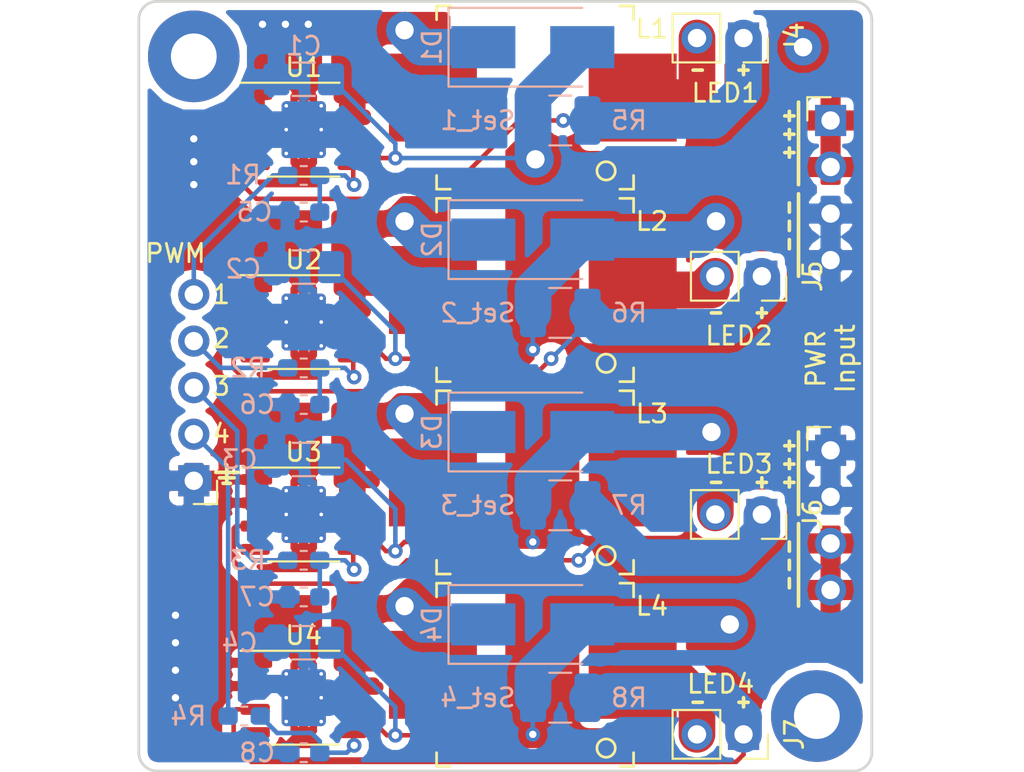
<source format=kicad_pcb>
(kicad_pcb (version 20171130) (host pcbnew "(5.0.2)-1")
  (layers (0 F.Cu signal) (31 B.Cu signal) (34 B.Paste user) (35 F.Paste user) (36 B.SilkS user) (37 F.SilkS user) (38 B.Mask user) (39 F.Mask user) (44 Edge.Cuts user))
  (net 0 "")
  (net 1 GND)
  (net 2 "Net-(C6-Pad1)")
  (net 3 "Net-(C7-Pad1)")
  (net 4 "Net-(C8-Pad1)")
  (net 5 /SW_0)
  (net 6 /SW_1)
  (net 7 /SW_2)
  (net 8 /SW_3)
  (net 9 /Led_0-)
  (net 10 /Set_0)
  (net 11 /Set_1)
  (net 12 /Led_1-)
  (net 13 /Set_2)
  (net 14 /Led_2-)
  (net 15 /Led_3-)
  (net 16 /Set_3)
  (net 17 /PWM_1)
  (net 18 /PWM_2)
  (net 19 /PWM_3)
  (net 20 /PWM_4)
  (net 21 "Net-(U2-Pad4)")
  (net 22 "Net-(U3-Pad4)")
  (net 23 "Net-(U4-Pad4)")
  (net 24 +15V)
  (net 25 +28V)
  (net 26 "Net-(C5-Pad1)")
  (net 27 "Net-(U1-Pad4)")
  (module my_lib:PinHeader_1x04_P2.54mm_Horizontal (layer F.Cu) (at 137.25 75.5)
    (fp_text reference J3 hide)
    (fp_text value Conn_01x04_Male)
    (pad 1 thru_hole rect (at 0 0) (size 1.7 1.7) (drill 1) (layers *.Cu *.Mask) (net 1 GND))
    (pad 2 thru_hole oval (at 0 2.54) (size 1.7 1.7) (drill 1) (layers *.Cu *.Mask) (net 1 GND))
    (pad 3 thru_hole oval (at 0 5.08) (size 1.7 1.7) (drill 1) (layers *.Cu *.Mask) (net 25 +28V))
    (pad 4 thru_hole oval (at 0 7.62) (size 1.7 1.7) (drill 1) (layers *.Cu *.Mask) (net 25 +28V))
  )
  (module my_lib:PinHeader_1x04_P2.54mm_Horizontal (layer F.Cu) (at 137.25 57.5)
    (fp_text reference J2 hide)
    (fp_text value Conn_01x04_Male)
    (pad 1 thru_hole rect (at 0 0) (size 1.7 1.7) (drill 1) (layers *.Cu *.Mask) (net 24 +15V))
    (pad 2 thru_hole oval (at 0 2.54) (size 1.7 1.7) (drill 1) (layers *.Cu *.Mask) (net 24 +15V))
    (pad 3 thru_hole oval (at 0 5.08) (size 1.7 1.7) (drill 1) (layers *.Cu *.Mask) (net 1 GND))
    (pad 4 thru_hole oval (at 0 7.62) (size 1.7 1.7) (drill 1) (layers *.Cu *.Mask) (net 1 GND))
  )
  (module my_lib:PinHeader_1x05_P2.54mm_Horizontal (layer F.Cu) (at 102.5 77.16 180)
    (fp_text reference J1 hide)
    (fp_text value Conn_01x05_Male)
    (pad 1 thru_hole rect (at 0 0 180) (size 1.7 1.7) (drill 1) (layers *.Cu *.Mask) (net 1 GND))
    (pad 2 thru_hole oval (at 0 2.54 180) (size 1.7 1.7) (drill 1) (layers *.Cu *.Mask) (net 20 /PWM_4))
    (pad 3 thru_hole oval (at 0 5.08 180) (size 1.7 1.7) (drill 1) (layers *.Cu *.Mask) (net 19 /PWM_3))
    (pad 4 thru_hole oval (at 0 7.62 180) (size 1.7 1.7) (drill 1) (layers *.Cu *.Mask) (net 18 /PWM_2))
    (pad 5 thru_hole oval (at 0 10.16 180) (size 1.7 1.7) (drill 1) (layers *.Cu *.Mask) (net 17 /PWM_1))
  )
  (module Connector_PinSocket_2.54mm:PinSocket_1x02_P2.54mm_Vertical (layer F.Cu) (at 132.5 53 270)
    (fp_text reference J4 (at 0 -2.77 270) (layer F.SilkS))
    (fp_text value Conn_01x02_Male)
    (pad 2 thru_hole oval (at 0 2.54 270) (size 1.7 1.7) (drill 1) (layers *.Cu *.Mask) (net 9 /Led_0-))
    (pad 1 thru_hole rect (at 0 0 270) (size 1.7 1.7) (drill 1) (layers *.Cu *.Mask) (net 10 /Set_0))
  )
  (module Connector_PinSocket_2.54mm:PinSocket_1x02_P2.54mm_Vertical (layer F.Cu) (at 133.5 66 270)
    (fp_text reference J5 (at 0 -2.77 270) (layer F.SilkS))
    (fp_text value Conn_01x02_Male)
    (pad 2 thru_hole oval (at 0 2.54 270) (size 1.7 1.7) (drill 1) (layers *.Cu *.Mask) (net 12 /Led_1-))
    (pad 1 thru_hole rect (at 0 0 270) (size 1.7 1.7) (drill 1) (layers *.Cu *.Mask) (net 11 /Set_1))
  )
  (module Connector_PinSocket_2.54mm:PinSocket_1x02_P2.54mm_Vertical (layer F.Cu) (at 133.5 79 270)
    (fp_text reference J6 (at 0 -2.77 270) (layer F.SilkS))
    (fp_text value Conn_01x02_Male)
    (pad 2 thru_hole oval (at 0 2.54 270) (size 1.7 1.7) (drill 1) (layers *.Cu *.Mask) (net 14 /Led_2-))
    (pad 1 thru_hole rect (at 0 0 270) (size 1.7 1.7) (drill 1) (layers *.Cu *.Mask) (net 13 /Set_2))
  )
  (module Connector_PinSocket_2.54mm:PinSocket_1x02_P2.54mm_Vertical (layer F.Cu) (at 132.5 91 270)
    (fp_text reference J7 (at 0 -2.77 270) (layer F.SilkS))
    (fp_text value Conn_01x02_Male)
    (pad 2 thru_hole oval (at 0 2.54 270) (size 1.7 1.7) (drill 1) (layers *.Cu *.Mask) (net 15 /Led_3-))
    (pad 1 thru_hole rect (at 0 0 270) (size 1.7 1.7) (drill 1) (layers *.Cu *.Mask) (net 16 /Set_3))
  )
  (module my_lib:Package_2-smd_10.7x10mm (layer F.Cu) (at 121 56.25)
    (fp_text reference L1 (at 6.5 -3.75) (layer F.SilkS))
    (fp_text value 82uH)
    (pad 1 smd rect (at -5.45 0) (size 4.8 4.8) (layers F.Cu F.Paste F.Mask) (net 5 /SW_0))
    (pad 2 smd rect (at 5.45 0) (size 4.8 4.8) (layers F.Cu F.Paste F.Mask) (net 9 /Led_0-))
  )
  (module my_lib:Package_2-smd_10.7x10mm (layer F.Cu) (at 121 77.25)
    (fp_text reference L3 (at 6.5 -3.75) (layer F.SilkS))
    (fp_text value 82uH)
    (pad 2 smd rect (at 5.45 0) (size 4.8 4.8) (layers F.Cu F.Paste F.Mask) (net 14 /Led_2-))
    (pad 1 smd rect (at -5.45 0) (size 4.8 4.8) (layers F.Cu F.Paste F.Mask) (net 7 /SW_2))
  )
  (module Package_SO:HSOP-8-1EP_3.9x4.9mm_P1.27mm_EP2.41x3.1mm_ThermalVias (layer F.Cu) (at 108.5 79)
    (fp_text reference U3 (at 0 -3.4) (layer F.SilkS))
    (fp_text value AL8843)
    (pad 8 smd roundrect (at 2.65 -1.905) (size 1.6 0.6) (layers F.Cu F.Paste F.Mask) (net 7 /SW_2))
    (pad 7 smd roundrect (at 2.65 -0.635) (size 1.6 0.6) (layers F.Cu F.Paste F.Mask) (net 7 /SW_2))
    (pad 6 smd roundrect (at 2.65 0.635) (size 1.6 0.6) (layers F.Cu F.Paste F.Mask) (net 25 +28V))
    (pad 5 smd roundrect (at 2.65 1.905) (size 1.6 0.6) (layers F.Cu F.Paste F.Mask) (net 3 "Net-(C7-Pad1)"))
    (pad 4 smd roundrect (at -2.65 1.905) (size 1.6 0.6) (layers F.Cu F.Paste F.Mask) (net 22 "Net-(U3-Pad4)"))
    (pad 3 smd roundrect (at -2.65 0.635) (size 1.6 0.6) (layers F.Cu F.Paste F.Mask) (net 13 /Set_2))
    (pad 2 smd roundrect (at -2.65 -0.635) (size 1.6 0.6) (layers F.Cu F.Paste F.Mask) (net 1 GND))
    (pad 1 smd roundrect (at -2.65 -1.905) (size 1.6 0.6) (layers F.Cu F.Paste F.Mask) (net 1 GND))
    (pad 9 smd roundrect (at 0 0) (size 2.41 3.1) (layers B.Cu) (roundrect_rratio 0.103734) (net 1 GND))
    (pad 9 thru_hole circle (at 0.955 1.3) (size 0.5 0.5) (drill 0.2) (layers *.Cu) (net 1 GND))
    (pad 9 thru_hole circle (at -0.955 1.3) (size 0.5 0.5) (drill 0.2) (layers *.Cu) (net 1 GND))
    (pad 9 thru_hole circle (at 0.955 0) (size 0.5 0.5) (drill 0.2) (layers *.Cu) (net 1 GND))
    (pad 9 thru_hole circle (at -0.955 0) (size 0.5 0.5) (drill 0.2) (layers *.Cu) (net 1 GND))
    (pad 9 thru_hole circle (at 0.955 -1.3) (size 0.5 0.5) (drill 0.2) (layers *.Cu) (net 1 GND))
    (pad 9 thru_hole circle (at -0.955 -1.3) (size 0.5 0.5) (drill 0.2) (layers *.Cu) (net 1 GND))
    (pad 9 smd roundrect (at 0 0) (size 2.41 3.1) (layers F.Cu F.Mask) (roundrect_rratio 0.103734) (net 1 GND))
  )
  (module Package_SO:HSOP-8-1EP_3.9x4.9mm_P1.27mm_EP2.41x3.1mm_ThermalVias (layer F.Cu) (at 108.5 58)
    (fp_text reference U1 (at 0 -3.4) (layer F.SilkS))
    (fp_text value AL8843)
    (pad 8 smd roundrect (at 2.65 -1.905) (size 1.6 0.6) (layers F.Cu F.Paste F.Mask) (net 5 /SW_0))
    (pad 7 smd roundrect (at 2.65 -0.635) (size 1.6 0.6) (layers F.Cu F.Paste F.Mask) (net 5 /SW_0))
    (pad 6 smd roundrect (at 2.65 0.635) (size 1.6 0.6) (layers F.Cu F.Paste F.Mask) (net 24 +15V))
    (pad 5 smd roundrect (at 2.65 1.905) (size 1.6 0.6) (layers F.Cu F.Paste F.Mask) (net 26 "Net-(C5-Pad1)"))
    (pad 4 smd roundrect (at -2.65 1.905) (size 1.6 0.6) (layers F.Cu F.Paste F.Mask) (net 27 "Net-(U1-Pad4)"))
    (pad 3 smd roundrect (at -2.65 0.635) (size 1.6 0.6) (layers F.Cu F.Paste F.Mask) (net 10 /Set_0))
    (pad 2 smd roundrect (at -2.65 -0.635) (size 1.6 0.6) (layers F.Cu F.Paste F.Mask) (net 1 GND))
    (pad 1 smd roundrect (at -2.65 -1.905) (size 1.6 0.6) (layers F.Cu F.Paste F.Mask) (net 1 GND))
    (pad 9 smd roundrect (at 0 0) (size 2.41 3.1) (layers B.Cu) (roundrect_rratio 0.103734) (net 1 GND))
    (pad 9 thru_hole circle (at 0.955 1.3) (size 0.5 0.5) (drill 0.2) (layers *.Cu) (net 1 GND))
    (pad 9 thru_hole circle (at -0.955 1.3) (size 0.5 0.5) (drill 0.2) (layers *.Cu) (net 1 GND))
    (pad 9 thru_hole circle (at 0.955 0) (size 0.5 0.5) (drill 0.2) (layers *.Cu) (net 1 GND))
    (pad 9 thru_hole circle (at -0.955 0) (size 0.5 0.5) (drill 0.2) (layers *.Cu) (net 1 GND))
    (pad 9 thru_hole circle (at 0.955 -1.3) (size 0.5 0.5) (drill 0.2) (layers *.Cu) (net 1 GND))
    (pad 9 thru_hole circle (at -0.955 -1.3) (size 0.5 0.5) (drill 0.2) (layers *.Cu) (net 1 GND))
    (pad 9 smd roundrect (at 0 0) (size 2.41 3.1) (layers F.Cu F.Mask) (roundrect_rratio 0.103734) (net 1 GND))
  )
  (module Package_SO:HSOP-8-1EP_3.9x4.9mm_P1.27mm_EP2.41x3.1mm_ThermalVias (layer F.Cu) (at 108.5 68.5)
    (fp_text reference U2 (at 0 -3.4) (layer F.SilkS))
    (fp_text value AL8843)
    (pad 8 smd roundrect (at 2.65 -1.905) (size 1.6 0.6) (layers F.Cu F.Paste F.Mask) (net 6 /SW_1))
    (pad 7 smd roundrect (at 2.65 -0.635) (size 1.6 0.6) (layers F.Cu F.Paste F.Mask) (net 6 /SW_1))
    (pad 6 smd roundrect (at 2.65 0.635) (size 1.6 0.6) (layers F.Cu F.Paste F.Mask) (net 24 +15V))
    (pad 5 smd roundrect (at 2.65 1.905) (size 1.6 0.6) (layers F.Cu F.Paste F.Mask) (net 2 "Net-(C6-Pad1)"))
    (pad 4 smd roundrect (at -2.65 1.905) (size 1.6 0.6) (layers F.Cu F.Paste F.Mask) (net 21 "Net-(U2-Pad4)"))
    (pad 3 smd roundrect (at -2.65 0.635) (size 1.6 0.6) (layers F.Cu F.Paste F.Mask) (net 11 /Set_1))
    (pad 2 smd roundrect (at -2.65 -0.635) (size 1.6 0.6) (layers F.Cu F.Paste F.Mask) (net 1 GND))
    (pad 1 smd roundrect (at -2.65 -1.905) (size 1.6 0.6) (layers F.Cu F.Paste F.Mask) (net 1 GND))
    (pad 9 smd roundrect (at 0 0) (size 2.41 3.1) (layers B.Cu) (roundrect_rratio 0.103734) (net 1 GND))
    (pad 9 thru_hole circle (at 0.955 1.3) (size 0.5 0.5) (drill 0.2) (layers *.Cu) (net 1 GND))
    (pad 9 thru_hole circle (at -0.955 1.3) (size 0.5 0.5) (drill 0.2) (layers *.Cu) (net 1 GND))
    (pad 9 thru_hole circle (at 0.955 0) (size 0.5 0.5) (drill 0.2) (layers *.Cu) (net 1 GND))
    (pad 9 thru_hole circle (at -0.955 0) (size 0.5 0.5) (drill 0.2) (layers *.Cu) (net 1 GND))
    (pad 9 thru_hole circle (at 0.955 -1.3) (size 0.5 0.5) (drill 0.2) (layers *.Cu) (net 1 GND))
    (pad 9 thru_hole circle (at -0.955 -1.3) (size 0.5 0.5) (drill 0.2) (layers *.Cu) (net 1 GND))
    (pad 9 smd roundrect (at 0 0) (size 2.41 3.1) (layers F.Cu F.Mask) (roundrect_rratio 0.103734) (net 1 GND))
  )
  (module Package_SO:HSOP-8-1EP_3.9x4.9mm_P1.27mm_EP2.41x3.1mm_ThermalVias (layer F.Cu) (at 108.5 89)
    (fp_text reference U4 (at 0 -3.4) (layer F.SilkS))
    (fp_text value AL8843)
    (pad 8 smd roundrect (at 2.65 -1.905) (size 1.6 0.6) (layers F.Cu F.Paste F.Mask) (net 8 /SW_3))
    (pad 7 smd roundrect (at 2.65 -0.635) (size 1.6 0.6) (layers F.Cu F.Paste F.Mask) (net 8 /SW_3))
    (pad 6 smd roundrect (at 2.65 0.635) (size 1.6 0.6) (layers F.Cu F.Paste F.Mask) (net 25 +28V))
    (pad 5 smd roundrect (at 2.65 1.905) (size 1.6 0.6) (layers F.Cu F.Paste F.Mask) (net 4 "Net-(C8-Pad1)"))
    (pad 4 smd roundrect (at -2.65 1.905) (size 1.6 0.6) (layers F.Cu F.Paste F.Mask) (net 23 "Net-(U4-Pad4)"))
    (pad 3 smd roundrect (at -2.65 0.635) (size 1.6 0.6) (layers F.Cu F.Paste F.Mask) (net 16 /Set_3))
    (pad 2 smd roundrect (at -2.65 -0.635) (size 1.6 0.6) (layers F.Cu F.Paste F.Mask) (net 1 GND))
    (pad 1 smd roundrect (at -2.65 -1.905) (size 1.6 0.6) (layers F.Cu F.Paste F.Mask) (net 1 GND))
    (pad 9 smd roundrect (at 0 0) (size 2.41 3.1) (layers B.Cu) (roundrect_rratio 0.103734) (net 1 GND))
    (pad 9 thru_hole circle (at 0.955 1.3) (size 0.5 0.5) (drill 0.2) (layers *.Cu) (net 1 GND))
    (pad 9 thru_hole circle (at -0.955 1.3) (size 0.5 0.5) (drill 0.2) (layers *.Cu) (net 1 GND))
    (pad 9 thru_hole circle (at 0.955 0) (size 0.5 0.5) (drill 0.2) (layers *.Cu) (net 1 GND))
    (pad 9 thru_hole circle (at -0.955 0) (size 0.5 0.5) (drill 0.2) (layers *.Cu) (net 1 GND))
    (pad 9 thru_hole circle (at 0.955 -1.3) (size 0.5 0.5) (drill 0.2) (layers *.Cu) (net 1 GND))
    (pad 9 thru_hole circle (at -0.955 -1.3) (size 0.5 0.5) (drill 0.2) (layers *.Cu) (net 1 GND))
    (pad 9 smd roundrect (at 0 0) (size 2.41 3.1) (layers F.Cu F.Mask) (roundrect_rratio 0.103734) (net 1 GND))
  )
  (module MountingHole:MountingHole_2.5mm_Pad (layer F.Cu) (at 102.5 54)
    (fp_text reference REF** hide)
    (fp_text value MountingHole_2.5mm_Pad)
    (pad 1 thru_hole circle (at 0 0) (size 5 5) (drill 2.5) (layers *.Cu *.Mask))
  )
  (module Capacitor_SMD:C_1206_3216Metric_Pad1.42x1.75mm_HandSolder (layer B.Cu) (at 108.5 55.25 180)
    (fp_text reference C1 (at 0 1.82 180) (layer B.SilkS) (effects (justify mirror)))
    (fp_text value 10u)
    (pad 2 smd roundrect (at 1.4875 0 180) (size 1.425 1.75) (layers B.Cu B.Paste B.Mask) (roundrect_rratio 0.175439) (net 1 GND))
    (pad 1 smd roundrect (at -1.4875 0 180) (size 1.425 1.75) (layers B.Cu B.Paste B.Mask) (roundrect_rratio 0.175439) (net 24 +15V))
  )
  (module Capacitor_SMD:C_1206_3216Metric_Pad1.42x1.75mm_HandSolder (layer B.Cu) (at 108.5 65.5 180)
    (fp_text reference C2 (at 3.3 -0.1 180) (layer B.SilkS) (effects (justify mirror)))
    (fp_text value 10u)
    (pad 1 smd roundrect (at -1.4875 0 180) (size 1.425 1.75) (layers B.Cu B.Paste B.Mask) (roundrect_rratio 0.175439) (net 24 +15V))
    (pad 2 smd roundrect (at 1.4875 0 180) (size 1.425 1.75) (layers B.Cu B.Paste B.Mask) (roundrect_rratio 0.175439) (net 1 GND))
  )
  (module Capacitor_SMD:C_1206_3216Metric_Pad1.42x1.75mm_HandSolder (layer B.Cu) (at 108.5 76 180)
    (fp_text reference C3 (at 3.5 0 180) (layer B.SilkS) (effects (justify mirror)))
    (fp_text value 10u)
    (pad 2 smd roundrect (at 1.4875 0 180) (size 1.425 1.75) (layers B.Cu B.Paste B.Mask) (roundrect_rratio 0.175439) (net 1 GND))
    (pad 1 smd roundrect (at -1.4875 0 180) (size 1.425 1.75) (layers B.Cu B.Paste B.Mask) (roundrect_rratio 0.175439) (net 25 +28V))
  )
  (module Capacitor_SMD:C_1206_3216Metric_Pad1.42x1.75mm_HandSolder (layer B.Cu) (at 108.5 86 180)
    (fp_text reference C4 (at 3.5 0 180) (layer B.SilkS) (effects (justify mirror)))
    (fp_text value 10u)
    (pad 1 smd roundrect (at -1.4875 0 180) (size 1.425 1.75) (layers B.Cu B.Paste B.Mask) (roundrect_rratio 0.175439) (net 25 +28V))
    (pad 2 smd roundrect (at 1.4875 0 180) (size 1.425 1.75) (layers B.Cu B.Paste B.Mask) (roundrect_rratio 0.175439) (net 1 GND))
  )
  (module Capacitor_SMD:C_0603_1608Metric_Pad1.05x0.95mm_HandSolder (layer B.Cu) (at 108.5 62.5 180)
    (fp_text reference C5 (at 2.685 0 180) (layer B.SilkS) (effects (justify mirror)))
    (fp_text value 0.33u)
    (pad 2 smd roundrect (at 0.875 0 180) (size 1.05 0.95) (layers B.Cu B.Paste B.Mask) (net 1 GND))
    (pad 1 smd roundrect (at -0.875 0 180) (size 1.05 0.95) (layers B.Cu B.Paste B.Mask) (net 26 "Net-(C5-Pad1)"))
  )
  (module Capacitor_SMD:C_0603_1608Metric_Pad1.05x0.95mm_HandSolder (layer B.Cu) (at 108.5 73 180)
    (fp_text reference C6 (at 2.54 0 180) (layer B.SilkS) (effects (justify mirror)))
    (fp_text value 0.33u)
    (pad 1 smd roundrect (at -0.875 0 180) (size 1.05 0.95) (layers B.Cu B.Paste B.Mask) (net 2 "Net-(C6-Pad1)"))
    (pad 2 smd roundrect (at 0.875 0 180) (size 1.05 0.95) (layers B.Cu B.Paste B.Mask) (net 1 GND))
  )
  (module Capacitor_SMD:C_0603_1608Metric_Pad1.05x0.95mm_HandSolder (layer B.Cu) (at 108.5 83.5 180)
    (fp_text reference C7 (at 2.54 0 180) (layer B.SilkS) (effects (justify mirror)))
    (fp_text value 0.33u)
    (pad 2 smd roundrect (at 0.875 0 180) (size 1.05 0.95) (layers B.Cu B.Paste B.Mask) (net 1 GND))
    (pad 1 smd roundrect (at -0.875 0 180) (size 1.05 0.95) (layers B.Cu B.Paste B.Mask) (net 3 "Net-(C7-Pad1)"))
  )
  (module Capacitor_SMD:C_0603_1608Metric_Pad1.05x0.95mm_HandSolder (layer B.Cu) (at 108.5 92 180)
    (fp_text reference C8 (at 2.54 0 180) (layer B.SilkS) (effects (justify mirror)))
    (fp_text value 0.33u)
    (pad 1 smd roundrect (at -0.875 0 180) (size 1.05 0.95) (layers B.Cu B.Paste B.Mask) (net 4 "Net-(C8-Pad1)"))
    (pad 2 smd roundrect (at 0.875 0 180) (size 1.05 0.95) (layers B.Cu B.Paste B.Mask) (net 1 GND))
  )
  (module Resistor_SMD:R_0603_1608Metric_Pad1.05x0.95mm_HandSolder (layer B.Cu) (at 108.5 60.5)
    (fp_text reference R1 (at -3.32 -0.032609) (layer B.SilkS) (effects (justify mirror)))
    (fp_text value 220)
    (pad 2 smd roundrect (at 0.875 0) (size 1.05 0.95) (layers B.Cu B.Paste B.Mask) (net 26 "Net-(C5-Pad1)"))
    (pad 1 smd roundrect (at -0.875 0) (size 1.05 0.95) (layers B.Cu B.Paste B.Mask) (net 17 /PWM_1))
  )
  (module Resistor_SMD:R_0603_1608Metric_Pad1.05x0.95mm_HandSolder (layer B.Cu) (at 108.5 71)
    (fp_text reference R2 (at -3.048 0) (layer B.SilkS) (effects (justify mirror)))
    (fp_text value 220)
    (pad 1 smd roundrect (at -0.875 0) (size 1.05 0.95) (layers B.Cu B.Paste B.Mask) (net 18 /PWM_2))
    (pad 2 smd roundrect (at 0.875 0) (size 1.05 0.95) (layers B.Cu B.Paste B.Mask) (net 2 "Net-(C6-Pad1)"))
  )
  (module Resistor_SMD:R_0603_1608Metric_Pad1.05x0.95mm_HandSolder (layer B.Cu) (at 108.5 81.5)
    (fp_text reference R3 (at -3.048 0) (layer B.SilkS) (effects (justify mirror)))
    (fp_text value 220)
    (pad 2 smd roundrect (at 0.875 0) (size 1.05 0.95) (layers B.Cu B.Paste B.Mask) (net 3 "Net-(C7-Pad1)"))
    (pad 1 smd roundrect (at -0.875 0) (size 1.05 0.95) (layers B.Cu B.Paste B.Mask) (net 19 /PWM_3))
  )
  (module Resistor_SMD:R_0603_1608Metric_Pad1.05x0.95mm_HandSolder (layer B.Cu) (at 105.25 90)
    (fp_text reference R4 (at -3.048 0) (layer B.SilkS) (effects (justify mirror)))
    (fp_text value 220)
    (pad 1 smd roundrect (at -0.875 0) (size 1.05 0.95) (layers B.Cu B.Paste B.Mask) (net 20 /PWM_4))
    (pad 2 smd roundrect (at 0.875 0) (size 1.05 0.95) (layers B.Cu B.Paste B.Mask) (net 4 "Net-(C8-Pad1)"))
  )
  (module Resistor_SMD:R_1210_3225Metric_Pad1.42x2.65mm_HandSolder (layer B.Cu) (at 122.5 57.5 180)
    (fp_text reference R5 (at -3.75 0 180) (layer B.SilkS) (effects (justify mirror)))
    (fp_text value 50m)
    (pad 2 smd roundrect (at 1.4875 0 180) (size 1.425 2.65) (layers B.Cu B.Paste B.Mask) (roundrect_rratio 0.175439) (net 24 +15V))
    (pad 1 smd roundrect (at -1.4875 0 180) (size 1.425 2.65) (layers B.Cu B.Paste B.Mask) (roundrect_rratio 0.175439) (net 10 /Set_0))
  )
  (module Resistor_SMD:R_1210_3225Metric_Pad1.42x2.65mm_HandSolder (layer B.Cu) (at 122.5 68 180)
    (fp_text reference R6 (at -3.75 0 180) (layer B.SilkS) (effects (justify mirror)))
    (fp_text value 50m)
    (pad 2 smd roundrect (at 1.4875 0 180) (size 1.425 2.65) (layers B.Cu B.Paste B.Mask) (roundrect_rratio 0.175439) (net 24 +15V))
    (pad 1 smd roundrect (at -1.4875 0 180) (size 1.425 2.65) (layers B.Cu B.Paste B.Mask) (roundrect_rratio 0.175439) (net 11 /Set_1))
  )
  (module Resistor_SMD:R_1210_3225Metric_Pad1.42x2.65mm_HandSolder (layer B.Cu) (at 122.5 78.5 180)
    (fp_text reference R7 (at -3.75 0 180) (layer B.SilkS) (effects (justify mirror)))
    (fp_text value 50m)
    (pad 1 smd roundrect (at -1.4875 0 180) (size 1.425 2.65) (layers B.Cu B.Paste B.Mask) (roundrect_rratio 0.175439) (net 13 /Set_2))
    (pad 2 smd roundrect (at 1.4875 0 180) (size 1.425 2.65) (layers B.Cu B.Paste B.Mask) (roundrect_rratio 0.175439) (net 25 +28V))
  )
  (module Resistor_SMD:R_1210_3225Metric_Pad1.42x2.65mm_HandSolder (layer B.Cu) (at 122.5 89 180)
    (fp_text reference R8 (at -3.75 0 180) (layer B.SilkS) (effects (justify mirror)))
    (fp_text value 50m)
    (pad 1 smd roundrect (at -1.4875 0 180) (size 1.425 2.65) (layers B.Cu B.Paste B.Mask) (roundrect_rratio 0.175439) (net 16 /Set_3))
    (pad 2 smd roundrect (at 1.4875 0 180) (size 1.425 2.65) (layers B.Cu B.Paste B.Mask) (roundrect_rratio 0.175439) (net 25 +28V))
  )
  (module my_lib:Package_2-smd_10.7x10mm (layer F.Cu) (at 121 66.75)
    (fp_text reference L2 (at 6.5 -3.75) (layer F.SilkS))
    (fp_text value 82uH)
    (pad 1 smd rect (at -5.45 0) (size 4.8 4.8) (layers F.Cu F.Paste F.Mask) (net 6 /SW_1))
    (pad 2 smd rect (at 5.45 0) (size 4.8 4.8) (layers F.Cu F.Paste F.Mask) (net 12 /Led_1-))
  )
  (module my_lib:Package_2-smd_10.7x10mm (layer F.Cu) (at 121 87.75)
    (fp_text reference L4 (at 6.5 -3.75) (layer F.SilkS))
    (fp_text value 82uH)
    (pad 1 smd rect (at -5.45 0) (size 4.8 4.8) (layers F.Cu F.Paste F.Mask) (net 8 /SW_3))
    (pad 2 smd rect (at 5.45 0) (size 4.8 4.8) (layers F.Cu F.Paste F.Mask) (net 15 /Led_3-))
  )
  (module Diode_SMD:D_SMB_Handsoldering (layer B.Cu) (at 121 53.5)
    (fp_text reference D1 (at -5.5 0 90) (layer B.SilkS) (effects (justify mirror)))
    (fp_text value DIODE)
    (pad 2 smd rect (at 2.7 0) (size 3.5 2.3) (layers B.Cu B.Paste B.Mask) (net 24 +15V))
    (pad 1 smd rect (at -2.7 0) (size 3.5 2.3) (layers B.Cu B.Paste B.Mask) (net 5 /SW_0))
  )
  (module Diode_SMD:D_SMB_Handsoldering (layer B.Cu) (at 121 64)
    (fp_text reference D2 (at -5.5 0 90) (layer B.SilkS) (effects (justify mirror)))
    (fp_text value DIODE)
    (pad 1 smd rect (at -2.7 0) (size 3.5 2.3) (layers B.Cu B.Paste B.Mask) (net 6 /SW_1))
    (pad 2 smd rect (at 2.7 0) (size 3.5 2.3) (layers B.Cu B.Paste B.Mask) (net 24 +15V))
  )
  (module Diode_SMD:D_SMB_Handsoldering (layer B.Cu) (at 121 74.5)
    (fp_text reference D3 (at -5.5 0 90) (layer B.SilkS) (effects (justify mirror)))
    (fp_text value DIODE)
    (pad 2 smd rect (at 2.7 0) (size 3.5 2.3) (layers B.Cu B.Paste B.Mask) (net 25 +28V))
    (pad 1 smd rect (at -2.7 0) (size 3.5 2.3) (layers B.Cu B.Paste B.Mask) (net 7 /SW_2))
  )
  (module Diode_SMD:D_SMB_Handsoldering (layer B.Cu) (at 121 85)
    (fp_text reference D4 (at -5.5 0 90) (layer B.SilkS) (effects (justify mirror)))
    (fp_text value DIODE)
    (pad 1 smd rect (at -2.7 0) (size 3.5 2.3) (layers B.Cu B.Paste B.Mask) (net 8 /SW_3))
    (pad 2 smd rect (at 2.7 0) (size 3.5 2.3) (layers B.Cu B.Paste B.Mask) (net 25 +28V))
  )
  (module MountingHole:MountingHole_2.5mm_Pad (layer F.Cu) (at 136.5 90)
    (fp_text reference REF** hide)
    (fp_text value MountingHole_2.5mm_Pad)
    (pad 1 thru_hole circle (at 0 0) (size 5 5) (drill 2.5) (layers *.Cu *.Mask))
  )
  (gr_text "PWR\nInput" (at 137.25 70.5 90) (layer F.SilkS) (effects (font (size 1 1))))
  (gr_line (start 135 80.5) (end 135 81) (layer F.SilkS) (width 0.2))
  (gr_line (start 135 81.5) (end 135 82) (layer F.SilkS) (width 0.2))
  (gr_line (start 135 82.5) (end 135 83) (layer F.SilkS) (width 0.2))
  (gr_line (start 135.5 79.5) (end 135.5 84) (layer F.SilkS) (width 0.2))
  (gr_line (start 135.5 74.5) (end 135.5 79) (layer F.SilkS) (width 0.2))
  (gr_line (start 135 77) (end 135 77.5) (layer F.SilkS) (width 0.2))
  (gr_line (start 134.75 77.25) (end 135.25 77.25) (layer F.SilkS) (width 0.2))
  (gr_line (start 135 76) (end 135 76.5) (layer F.SilkS) (width 0.2))
  (gr_line (start 134.75 76.25) (end 135.25 76.25) (layer F.SilkS) (width 0.2))
  (gr_line (start 135 75) (end 135 75.5) (layer F.SilkS) (width 0.2))
  (gr_line (start 134.75 75.25) (end 135.25 75.25) (layer F.SilkS) (width 0.2))
  (gr_line (start 135.5 61.5) (end 135.5 66) (layer F.SilkS) (width 0.2))
  (gr_line (start 135 64) (end 135 64.5) (layer F.SilkS) (width 0.2))
  (gr_line (start 135 63) (end 135 63.5) (layer F.SilkS) (width 0.2))
  (gr_line (start 135 62) (end 135 62.5) (layer F.SilkS) (width 0.2))
  (gr_arc (start 100.5 92) (end 99.5 92) (angle -90) (layer Edge.Cuts) (width 0.15))
  (gr_arc (start 100.5 52) (end 100.5 51) (angle -90) (layer Edge.Cuts) (width 0.15))
  (gr_arc (start 138.5 52) (end 139.5 52) (angle -90) (layer Edge.Cuts) (width 0.15))
  (gr_arc (start 138.5 92) (end 138.5 93) (angle -90) (layer Edge.Cuts) (width 0.15))
  (gr_text Set_4 (at 118 89) (layer B.SilkS) (effects (font (size 1 1)) (justify mirror)))
  (gr_text Set_3 (at 118 78.5) (layer B.SilkS) (effects (font (size 1 1)) (justify mirror)))
  (gr_text Set_2 (at 118 68) (layer B.SilkS) (effects (font (size 1 1)) (justify mirror)))
  (gr_text Set_1 (at 118 57.5) (layer B.SilkS) (effects (font (size 1 1)) (justify mirror)))
  (gr_line (start 103.7 76.7) (end 104.9 76.7) (layer F.SilkS) (width 0.2))
  (gr_line (start 103.9 77) (end 104.7 77) (layer F.SilkS) (width 0.2))
  (gr_line (start 104.1 77.3) (end 104.5 77.3) (layer F.SilkS) (width 0.2))
  (gr_line (start 104.3 76.3) (end 104.3 77.3) (layer F.SilkS) (width 0.2))
  (gr_text 4 (at 104 74.6) (layer F.SilkS) (effects (font (size 1 1))))
  (gr_text 3 (at 104 72) (layer F.SilkS) (effects (font (size 1 1))))
  (gr_text 2 (at 104 69.4) (layer F.SilkS) (effects (font (size 1 1))))
  (gr_text 1 (at 104 67) (layer F.SilkS) (effects (font (size 1 1))))
  (gr_text PWM (at 101.5 64.75) (layer F.SilkS) (effects (font (size 1 1))))
  (gr_line (start 134.75 57.25) (end 135.25 57.25) (layer F.SilkS) (width 0.2))
  (gr_line (start 135 57) (end 135 57.5) (layer F.SilkS) (width 0.2))
  (gr_line (start 134.75 58.25) (end 135.25 58.25) (layer F.SilkS) (width 0.2))
  (gr_line (start 135 58) (end 135 58.5) (layer F.SilkS) (width 0.2))
  (gr_line (start 134.75 59.25) (end 135.25 59.25) (layer F.SilkS) (width 0.2))
  (gr_line (start 135 59) (end 135 59.5) (layer F.SilkS) (width 0.2))
  (gr_line (start 132.25 89.25) (end 132.75 89.25) (layer F.SilkS) (width 0.2))
  (gr_line (start 132.5 89) (end 132.5 89.5) (layer F.SilkS) (width 0.2))
  (gr_line (start 130.249999 89.25) (end 129.75 89.25) (layer F.SilkS) (width 0.2))
  (gr_line (start 135.5 56.5) (end 135.5 61) (layer F.SilkS) (width 0.2))
  (gr_line (start 133.25 77.25) (end 133.75 77.25) (layer F.SilkS) (width 0.2))
  (gr_line (start 133.5 77) (end 133.5 77.5) (layer F.SilkS) (width 0.2))
  (gr_line (start 131.25 77.25) (end 130.750001 77.25) (layer F.SilkS) (width 0.2))
  (gr_line (start 133.25 68) (end 133.75 68) (layer F.SilkS) (width 0.2))
  (gr_line (start 133.5 67.75) (end 133.5 68.25) (layer F.SilkS) (width 0.2))
  (gr_line (start 131.25 68) (end 130.750001 68) (layer F.SilkS) (width 0.2))
  (gr_text LED3 (at 132.25 76.25) (layer F.SilkS) (effects (font (size 1 1))))
  (gr_text LED4 (at 131.25 88.25) (layer F.SilkS) (effects (font (size 1 1))))
  (gr_text LED2 (at 132.25 69.25) (layer F.SilkS) (effects (font (size 1 1))))
  (gr_text LED1 (at 131.5 56) (layer F.SilkS) (effects (font (size 1 1))))
  (gr_line (start 132.25 54.75) (end 132.75 54.75) (layer F.SilkS) (width 0.2))
  (gr_line (start 130.25 54.75) (end 129.750001 54.75) (layer F.SilkS) (width 0.2))
  (gr_line (start 132.5 54.5) (end 132.5 55) (layer F.SilkS) (width 0.2))
  (gr_line (start 100.5 51) (end 138.5 51) (layer Edge.Cuts) (width 0.15))
  (gr_line (start 99.5 92) (end 99.5 52) (layer Edge.Cuts) (width 0.15))
  (gr_line (start 138.5 93) (end 100.5 93) (layer Edge.Cuts) (width 0.15))
  (gr_line (start 139.5 52) (end 139.5 92) (layer Edge.Cuts) (width 0.15))
  (via (at 101.5 84.5) (size 0.8) (drill 0.4) (layers F.Cu B.Cu) (net 1))
  (via (at 101.5 86) (size 0.8) (drill 0.4) (layers F.Cu B.Cu) (net 1))
  (via (at 101.5 87.5) (size 0.8) (drill 0.4) (layers F.Cu B.Cu) (net 1))
  (via (at 101.5 89) (size 0.8) (drill 0.4) (layers F.Cu B.Cu) (net 1))
  (via (at 108.75 52.25) (size 0.8) (drill 0.4) (layers F.Cu B.Cu) (net 1))
  (via (at 107.5 52.25) (size 0.8) (drill 0.4) (layers F.Cu B.Cu) (net 1))
  (via (at 106.25 52.25) (size 0.8) (drill 0.4) (layers F.Cu B.Cu) (net 1))
  (via (at 102.5 58.5) (size 0.8) (drill 0.4) (layers F.Cu B.Cu) (net 1))
  (via (at 102.5 59.75) (size 0.8) (drill 0.4) (layers F.Cu B.Cu) (net 1))
  (via (at 102.5 61) (size 0.8) (drill 0.4) (layers F.Cu B.Cu) (net 1))
  (segment (start 107.545 58) (end 105.5 58) (width 2) (layer B.Cu) (net 1))
  (segment (start 108.5 58) (end 110.25 58) (width 2) (layer B.Cu) (net 1))
  (segment (start 108.5 68.5) (end 105.25 68.5) (width 2) (layer B.Cu) (net 1))
  (segment (start 109.805 68.5) (end 110.305 69) (width 2) (layer B.Cu) (net 1))
  (segment (start 108.5 68.5) (end 109.805 68.5) (width 2) (layer B.Cu) (net 1))
  (segment (start 108.5 79) (end 111 79) (width 2) (layer B.Cu) (net 1))
  (segment (start 106.695 78.5) (end 106.569556 78.5) (width 2) (layer B.Cu) (net 1))
  (segment (start 108.5 79) (end 107.195 79) (width 2) (layer B.Cu) (net 1))
  (segment (start 107.195 79) (end 106.695 78.5) (width 2) (layer B.Cu) (net 1))
  (segment (start 108.5 89) (end 109.805 89) (width 2) (layer B.Cu) (net 1))
  (segment (start 108.5 89) (end 108 89) (width 1) (layer B.Cu) (net 1))
  (segment (start 108 89) (end 107.25 88.25) (width 1) (layer B.Cu) (net 1))
  (segment (start 107.25 88.25) (end 106.5 88.25) (width 1) (layer B.Cu) (net 1))
  (via (at 111.25 71.5) (size 0.8) (drill 0.4) (layers F.Cu B.Cu) (net 2))
  (segment (start 111.2 70.405) (end 111.2 71.45) (width 0.25) (layer F.Cu) (net 2))
  (segment (start 111.2 71.45) (end 111.25 71.5) (width 0.25) (layer F.Cu) (net 2))
  (segment (start 109.375 73) (end 109.375 71) (width 0.25) (layer B.Cu) (net 2))
  (segment (start 110.75 71) (end 111.25 71.5) (width 0.25) (layer B.Cu) (net 2))
  (segment (start 109.375 71) (end 110.75 71) (width 0.25) (layer B.Cu) (net 2))
  (via (at 111.25 82) (size 0.8) (drill 0.4) (layers F.Cu B.Cu) (net 3))
  (segment (start 111.2 80.905) (end 111.2 81.95) (width 0.25) (layer F.Cu) (net 3))
  (segment (start 111.2 81.95) (end 111.25 82) (width 0.25) (layer F.Cu) (net 3))
  (segment (start 109.375 83.5) (end 109.375 81.5) (width 0.25) (layer B.Cu) (net 3))
  (segment (start 110.75 81.5) (end 111.25 82) (width 0.25) (layer B.Cu) (net 3))
  (segment (start 109.375 81.5) (end 110.75 81.5) (width 0.25) (layer B.Cu) (net 3))
  (via (at 111.25 91.600001) (size 0.8) (drill 0.4) (layers F.Cu B.Cu) (net 4))
  (segment (start 111.2 90.905) (end 111.2 91.550001) (width 0.25) (layer F.Cu) (net 4))
  (segment (start 111.2 91.550001) (end 111.25 91.600001) (width 0.25) (layer F.Cu) (net 4))
  (segment (start 110.850001 92) (end 111.25 91.600001) (width 0.25) (layer B.Cu) (net 4))
  (segment (start 109.375 92) (end 110.850001 92) (width 0.25) (layer B.Cu) (net 4))
  (segment (start 107.05001 90.92501) (end 108.92501 90.92501) (width 0.25) (layer B.Cu) (net 4))
  (segment (start 106.125 90) (end 107.05001 90.92501) (width 0.25) (layer B.Cu) (net 4))
  (segment (start 109.375 91.375) (end 109.375 92) (width 0.25) (layer B.Cu) (net 4))
  (segment (start 108.92501 90.92501) (end 109.375 91.375) (width 0.25) (layer B.Cu) (net 4))
  (via (at 114 52.575) (size 2) (drill 1) (layers F.Cu B.Cu) (net 5))
  (segment (start 115.55 56.25) (end 115.55 54.125) (width 2) (layer F.Cu) (net 5))
  (segment (start 115.55 54.125) (end 114 52.575) (width 2) (layer F.Cu) (net 5))
  (segment (start 114.925 53.5) (end 114 52.575) (width 2) (layer B.Cu) (net 5))
  (segment (start 118.3 53.5) (end 114.925 53.5) (width 2) (layer B.Cu) (net 5))
  (via (at 114 63) (size 2) (drill 1) (layers F.Cu B.Cu) (net 6))
  (segment (start 118.3 64) (end 115 64) (width 2) (layer B.Cu) (net 6))
  (segment (start 115 64) (end 114 63) (width 2) (layer B.Cu) (net 6))
  (segment (start 115.55 64.55) (end 114 63) (width 2) (layer F.Cu) (net 6))
  (segment (start 115.55 66.75) (end 115.55 64.55) (width 2) (layer F.Cu) (net 6))
  (via (at 114 73.5) (size 2) (drill 1) (layers F.Cu B.Cu) (net 7))
  (segment (start 115.55 77.25) (end 115.55 75.05) (width 2) (layer F.Cu) (net 7))
  (segment (start 115.55 75.05) (end 114 73.5) (width 2) (layer F.Cu) (net 7))
  (segment (start 115 74.5) (end 114 73.5) (width 2) (layer B.Cu) (net 7))
  (segment (start 118.3 74.5) (end 115 74.5) (width 2) (layer B.Cu) (net 7))
  (via (at 114 84) (size 2) (drill 1) (layers F.Cu B.Cu) (net 8))
  (segment (start 115.55 87.75) (end 115.55 85.55) (width 2) (layer F.Cu) (net 8))
  (segment (start 115.55 85.55) (end 114 84) (width 2) (layer F.Cu) (net 8))
  (segment (start 115 85) (end 114 84) (width 2) (layer B.Cu) (net 8))
  (segment (start 118.3 85) (end 115 85) (width 2) (layer B.Cu) (net 8))
  (segment (start 129.75 56.25) (end 129.96 56.04) (width 2) (layer F.Cu) (net 9))
  (segment (start 129.96 56.04) (end 129.96 53) (width 2) (layer F.Cu) (net 9))
  (segment (start 126.45 56.25) (end 129.75 56.25) (width 2) (layer F.Cu) (net 9))
  (segment (start 132.5 55.85) (end 132.5 53) (width 2) (layer B.Cu) (net 10))
  (segment (start 130.85 57.5) (end 132.5 55.85) (width 2) (layer B.Cu) (net 10))
  (segment (start 123.9875 57.5) (end 130.85 57.5) (width 2) (layer B.Cu) (net 10))
  (via (at 122.6625 57.5) (size 0.8) (drill 0.4) (layers F.Cu B.Cu) (net 10))
  (segment (start 122.6625 57.5) (end 123.9875 57.5) (width 0.25) (layer B.Cu) (net 10))
  (segment (start 104.8 58.635) (end 105.8 58.635) (width 0.25) (layer F.Cu) (net 10))
  (segment (start 122.6625 57.5) (end 120.25 57.5) (width 0.25) (layer F.Cu) (net 10))
  (segment (start 120.25 57.5) (end 116.75 61) (width 0.25) (layer F.Cu) (net 10))
  (segment (start 116.75 61) (end 113.594998 61) (width 0.25) (layer F.Cu) (net 10))
  (segment (start 104.674999 58.760001) (end 104.8 58.635) (width 0.25) (layer F.Cu) (net 10))
  (segment (start 113.594998 61) (end 112.819997 61.775001) (width 0.25) (layer F.Cu) (net 10))
  (segment (start 112.819997 61.775001) (end 105.919999 61.775001) (width 0.25) (layer F.Cu) (net 10))
  (segment (start 104.674999 60.530001) (end 104.674999 58.760001) (width 0.25) (layer F.Cu) (net 10))
  (segment (start 105.919999 61.775001) (end 104.674999 60.530001) (width 0.25) (layer F.Cu) (net 10))
  (segment (start 104.674999 71.030001) (end 105.919999 72.275001) (width 0.25) (layer F.Cu) (net 11))
  (segment (start 104.674999 69.260001) (end 104.674999 71.030001) (width 0.25) (layer F.Cu) (net 11))
  (segment (start 104.8 69.135) (end 104.674999 69.260001) (width 0.25) (layer F.Cu) (net 11))
  (segment (start 105.8 69.135) (end 104.8 69.135) (width 0.25) (layer F.Cu) (net 11))
  (segment (start 112.819997 72.275001) (end 113.344998 71.75) (width 0.25) (layer F.Cu) (net 11))
  (segment (start 110 72.275001) (end 112.819997 72.275001) (width 0.25) (layer F.Cu) (net 11))
  (segment (start 105.919999 72.275001) (end 110 72.275001) (width 0.25) (layer F.Cu) (net 11))
  (segment (start 124.77071 68.78321) (end 123.9875 68) (width 2) (layer B.Cu) (net 11))
  (segment (start 131.654792 68.78321) (end 124.77071 68.78321) (width 2) (layer B.Cu) (net 11))
  (segment (start 133.5 66.938002) (end 131.654792 68.78321) (width 2) (layer B.Cu) (net 11))
  (segment (start 133.5 66) (end 133.5 66.938002) (width 2) (layer B.Cu) (net 11))
  (via (at 122 70.5) (size 0.8) (drill 0.4) (layers F.Cu B.Cu) (net 11))
  (segment (start 120.75 71.75) (end 122 70.5) (width 0.25) (layer F.Cu) (net 11))
  (segment (start 114 71.75) (end 120.75 71.75) (width 0.25) (layer F.Cu) (net 11))
  (segment (start 113.344998 71.75) (end 114 71.75) (width 0.25) (layer F.Cu) (net 11))
  (segment (start 123.9875 68.5125) (end 123.9875 68) (width 0.25) (layer B.Cu) (net 11))
  (segment (start 122 70.5) (end 123.9875 68.5125) (width 0.25) (layer B.Cu) (net 11))
  (segment (start 126.45 66.75) (end 130.75 66.75) (width 2) (layer F.Cu) (net 12))
  (segment (start 130.21 66.75) (end 130.96 66) (width 2) (layer F.Cu) (net 12))
  (segment (start 126.45 66.75) (end 130.21 66.75) (width 2) (layer F.Cu) (net 12))
  (segment (start 105.8 79.635) (end 104.8 79.635) (width 0.25) (layer F.Cu) (net 13))
  (segment (start 104.674999 79.760001) (end 104.674999 81.530001) (width 0.25) (layer F.Cu) (net 13))
  (segment (start 104.674999 81.530001) (end 105.919999 82.775001) (width 0.25) (layer F.Cu) (net 13))
  (segment (start 104.8 79.635) (end 104.674999 79.760001) (width 0.25) (layer F.Cu) (net 13))
  (segment (start 133.5 79.938002) (end 133.5 79) (width 2) (layer B.Cu) (net 13))
  (segment (start 132.088001 81.350001) (end 133.5 79.938002) (width 2) (layer B.Cu) (net 13))
  (segment (start 126.837501 81.350001) (end 132.088001 81.350001) (width 2) (layer B.Cu) (net 13))
  (via (at 123.5 81.5) (size 0.8) (drill 0.4) (layers F.Cu B.Cu) (net 13))
  (segment (start 125 80) (end 125.4875 80) (width 0.25) (layer B.Cu) (net 13))
  (segment (start 123.5 81.5) (end 125 80) (width 0.25) (layer B.Cu) (net 13))
  (segment (start 123.9875 78.5) (end 125.4875 80) (width 2) (layer B.Cu) (net 13))
  (segment (start 125.4875 80) (end 126.837501 81.350001) (width 2) (layer B.Cu) (net 13))
  (segment (start 122.934315 81.5) (end 123.5 81.5) (width 0.25) (layer F.Cu) (net 13))
  (segment (start 114.147002 81.5) (end 122.934315 81.5) (width 0.25) (layer F.Cu) (net 13))
  (segment (start 112.872001 82.775001) (end 114.147002 81.5) (width 0.25) (layer F.Cu) (net 13))
  (segment (start 110.5 82.775001) (end 112.872001 82.775001) (width 0.25) (layer F.Cu) (net 13))
  (segment (start 105.919999 82.775001) (end 110.5 82.775001) (width 0.25) (layer F.Cu) (net 13))
  (segment (start 130.96 77.36) (end 130.96 78.91499) (width 2) (layer F.Cu) (net 14))
  (segment (start 130.85 77.25) (end 130.96 77.36) (width 2) (layer F.Cu) (net 14))
  (segment (start 126.45 77.25) (end 130.85 77.25) (width 2) (layer F.Cu) (net 14))
  (segment (start 126.45 87.75) (end 128.75 87.75) (width 2) (layer F.Cu) (net 15))
  (segment (start 129.96 88.96) (end 129.96 91) (width 2) (layer F.Cu) (net 15))
  (segment (start 128.75 87.75) (end 129.96 88.96) (width 2) (layer F.Cu) (net 15))
  (segment (start 104.674999 89.760001) (end 104.674999 91.530001) (width 0.25) (layer F.Cu) (net 16))
  (segment (start 104.8 89.635) (end 104.674999 89.760001) (width 0.25) (layer F.Cu) (net 16))
  (segment (start 105.8 89.635) (end 104.8 89.635) (width 0.25) (layer F.Cu) (net 16))
  (segment (start 132.5 90.061998) (end 132.5 91) (width 2) (layer B.Cu) (net 16))
  (segment (start 131.088001 88.649999) (end 132.5 90.061998) (width 2) (layer B.Cu) (net 16))
  (segment (start 125.150001 88.649999) (end 131.088001 88.649999) (width 2) (layer B.Cu) (net 16))
  (segment (start 124.8 89) (end 125.150001 88.649999) (width 2) (layer B.Cu) (net 16))
  (segment (start 123.9875 89) (end 124.8 89) (width 2) (layer B.Cu) (net 16))
  (segment (start 105.519999 92.375001) (end 122 92.375001) (width 0.25) (layer F.Cu) (net 16))
  (segment (start 132.5 92.1) (end 132.5 91) (width 0.25) (layer F.Cu) (net 16))
  (segment (start 132.1 92.5) (end 132.5 92.1) (width 0.25) (layer F.Cu) (net 16))
  (segment (start 129.390444 92.375001) (end 129.515443 92.5) (width 0.25) (layer F.Cu) (net 16))
  (segment (start 122 92.375001) (end 129.390444 92.375001) (width 0.25) (layer F.Cu) (net 16))
  (segment (start 105.644998 92.5) (end 105.144998 92) (width 0.25) (layer F.Cu) (net 16))
  (segment (start 131 92.5) (end 105.644998 92.5) (width 0.25) (layer F.Cu) (net 16))
  (segment (start 105.144998 92) (end 105.519999 92.375001) (width 0.25) (layer F.Cu) (net 16))
  (segment (start 104.674999 91.530001) (end 105.144998 92) (width 0.25) (layer F.Cu) (net 16))
  (segment (start 131 92.5) (end 132.1 92.5) (width 0.25) (layer F.Cu) (net 16))
  (segment (start 129.515443 92.5) (end 131 92.5) (width 0.25) (layer F.Cu) (net 16))
  (segment (start 107 60.5) (end 107.625 60.5) (width 0.25) (layer B.Cu) (net 17))
  (segment (start 106.82 60.5) (end 107 60.5) (width 0.25) (layer B.Cu) (net 17))
  (segment (start 102.5 64.82) (end 103.32 64) (width 0.25) (layer B.Cu) (net 17))
  (segment (start 102.5 67) (end 102.5 64.82) (width 0.25) (layer B.Cu) (net 17))
  (segment (start 103.32 64) (end 106.82 60.5) (width 0.25) (layer B.Cu) (net 17))
  (segment (start 103.96 71) (end 105 71) (width 0.25) (layer B.Cu) (net 18))
  (segment (start 102.5 69.54) (end 103.96 71) (width 0.25) (layer B.Cu) (net 18))
  (segment (start 107.625 71) (end 105 71) (width 0.25) (layer B.Cu) (net 18))
  (segment (start 105.75 81.5) (end 104.87501 80.62501) (width 0.25) (layer B.Cu) (net 19))
  (segment (start 107.625 81.5) (end 105.75 81.5) (width 0.25) (layer B.Cu) (net 19))
  (segment (start 104.87501 74.45501) (end 104.87501 76) (width 0.25) (layer B.Cu) (net 19))
  (segment (start 102.5 72.08) (end 104.87501 74.45501) (width 0.25) (layer B.Cu) (net 19))
  (segment (start 104.87501 80.62501) (end 104.87501 76) (width 0.25) (layer B.Cu) (net 19))
  (segment (start 104.375 76.495) (end 102.5 74.62) (width 0.25) (layer B.Cu) (net 20))
  (segment (start 104.375 78.5) (end 104.375 76.495) (width 0.25) (layer B.Cu) (net 20))
  (segment (start 104.375 90) (end 104.375 78.5) (width 0.25) (layer B.Cu) (net 20))
  (via (at 135.75 53.5) (size 2) (drill 1) (layers F.Cu B.Cu) (net 24))
  (segment (start 112.99 70.5) (end 113.5 70.5) (width 0.25) (layer F.Cu) (net 24))
  (segment (start 111.2 69.135) (end 111.625 69.135) (width 0.25) (layer F.Cu) (net 24))
  (segment (start 111.625 69.135) (end 112.99 70.5) (width 0.25) (layer F.Cu) (net 24))
  (via (at 113.5 70.5) (size 0.8) (drill 0.4) (layers F.Cu B.Cu) (net 24))
  (segment (start 109.9875 65.5) (end 113.5 69.0125) (width 0.25) (layer B.Cu) (net 24))
  (segment (start 113.5 69.0125) (end 113.5 70.5) (width 0.25) (layer B.Cu) (net 24))
  (segment (start 121.0125 56.1875) (end 123.7 53.5) (width 2) (layer B.Cu) (net 24))
  (segment (start 121.0125 57.5) (end 121.0125 56.1875) (width 2) (layer B.Cu) (net 24))
  (segment (start 121.0125 66.6875) (end 123.7 64) (width 2) (layer B.Cu) (net 24))
  (segment (start 121.0125 68) (end 121.0125 66.6875) (width 2) (layer B.Cu) (net 24))
  (via (at 131 63) (size 2) (drill 1) (layers F.Cu B.Cu) (net 24))
  (via (at 121 70) (size 0.8) (drill 0.4) (layers F.Cu B.Cu) (net 24))
  (segment (start 113.5 70.5) (end 120.5 70.5) (width 0.25) (layer F.Cu) (net 24))
  (segment (start 120.5 70.5) (end 121 70) (width 0.25) (layer F.Cu) (net 24))
  (segment (start 121 68.0125) (end 121.0125 68) (width 0.25) (layer B.Cu) (net 24))
  (segment (start 121 70) (end 121 68.0125) (width 0.25) (layer B.Cu) (net 24))
  (segment (start 121.0125 57.5) (end 121.0125 59.4875) (width 2) (layer B.Cu) (net 24))
  (segment (start 130 64) (end 131 63) (width 2) (layer B.Cu) (net 24))
  (segment (start 123.7 64) (end 130 64) (width 2) (layer B.Cu) (net 24))
  (via (at 113.5 59.550002) (size 0.8) (drill 0.4) (layers F.Cu B.Cu) (net 24))
  (segment (start 120.949998 59.550002) (end 121 59.5) (width 0.25) (layer B.Cu) (net 24))
  (segment (start 113.5 59.550002) (end 120.949998 59.550002) (width 0.25) (layer B.Cu) (net 24))
  (segment (start 113.5 58.7625) (end 113.5 59.550002) (width 0.25) (layer B.Cu) (net 24))
  (segment (start 109.9875 55.25) (end 113.5 58.7625) (width 0.25) (layer B.Cu) (net 24))
  (segment (start 111.776032 58.635) (end 111.15 58.635) (width 0.25) (layer F.Cu) (net 24))
  (segment (start 112.691034 59.550002) (end 111.776032 58.635) (width 0.25) (layer F.Cu) (net 24))
  (segment (start 113.5 59.550002) (end 112.691034 59.550002) (width 0.25) (layer F.Cu) (net 24))
  (via (at 121.144048 59.619048) (size 2) (drill 1) (layers F.Cu B.Cu) (net 24))
  (segment (start 121.0125 59.4875) (end 121.144048 59.619048) (width 0.25) (layer B.Cu) (net 24))
  (segment (start 121.144048 59.619048) (end 121 59.5) (width 2) (layer B.Cu) (net 24))
  (segment (start 123.7 74.5) (end 130.75 74.5) (width 2) (layer B.Cu) (net 25))
  (via (at 130.75 74.5) (size 2) (drill 1) (layers F.Cu B.Cu) (net 25))
  (segment (start 112.99 81) (end 113.5 81) (width 0.25) (layer F.Cu) (net 25))
  (segment (start 111.2 79.635) (end 111.625 79.635) (width 0.25) (layer F.Cu) (net 25))
  (segment (start 111.625 79.635) (end 112.99 81) (width 0.25) (layer F.Cu) (net 25))
  (segment (start 113.040002 91.050002) (end 113.5 91.050002) (width 0.25) (layer F.Cu) (net 25))
  (segment (start 111.2 89.635) (end 111.625 89.635) (width 0.25) (layer F.Cu) (net 25))
  (segment (start 111.625 89.635) (end 113.040002 91.050002) (width 0.25) (layer F.Cu) (net 25))
  (via (at 113.5 81) (size 0.8) (drill 0.4) (layers F.Cu B.Cu) (net 25))
  (segment (start 113.5 80.434315) (end 113.5 81) (width 0.25) (layer B.Cu) (net 25))
  (segment (start 113.5 78.7) (end 113.5 80.434315) (width 0.25) (layer B.Cu) (net 25))
  (segment (start 110.8 76) (end 113.5 78.7) (width 0.25) (layer B.Cu) (net 25))
  (segment (start 109.9875 76) (end 110.8 76) (width 0.25) (layer B.Cu) (net 25))
  (via (at 113.5 91.050002) (size 0.8) (drill 0.4) (layers F.Cu B.Cu) (net 25))
  (segment (start 109.9875 86) (end 113.5 89.5125) (width 0.25) (layer B.Cu) (net 25))
  (segment (start 113.5 89.5125) (end 113.5 91.050002) (width 0.25) (layer B.Cu) (net 25))
  (segment (start 121.0125 77.1875) (end 121.0125 78.5) (width 2) (layer B.Cu) (net 25))
  (segment (start 123.7 74.5) (end 121.0125 77.1875) (width 2) (layer B.Cu) (net 25))
  (segment (start 121.0125 87.6875) (end 121.0125 89) (width 2) (layer B.Cu) (net 25))
  (segment (start 123.7 85) (end 121.0125 87.6875) (width 2) (layer B.Cu) (net 25))
  (via (at 121 91) (size 0.8) (drill 0.4) (layers F.Cu B.Cu) (net 25))
  (segment (start 113.5 91.050002) (end 120.949998 91.050002) (width 0.25) (layer F.Cu) (net 25))
  (segment (start 120.949998 91.050002) (end 121 91) (width 0.25) (layer F.Cu) (net 25))
  (segment (start 121 89.0125) (end 121.0125 89) (width 0.25) (layer B.Cu) (net 25))
  (segment (start 121 91) (end 121 89.0125) (width 0.25) (layer B.Cu) (net 25))
  (via (at 121 80.5) (size 0.8) (drill 0.4) (layers F.Cu B.Cu) (net 25))
  (segment (start 121 78.5125) (end 121.0125 78.5) (width 0.25) (layer B.Cu) (net 25))
  (segment (start 121 80.5) (end 121 78.5125) (width 0.25) (layer B.Cu) (net 25))
  (segment (start 114 80.5) (end 113.5 81) (width 0.25) (layer F.Cu) (net 25))
  (segment (start 121 80.5) (end 114 80.5) (width 0.25) (layer F.Cu) (net 25))
  (via (at 131.75 85) (size 2) (drill 1) (layers F.Cu B.Cu) (net 25))
  (segment (start 123.7 85) (end 131.75 85) (width 2) (layer B.Cu) (net 25))
  (via (at 111.25 61) (size 0.8) (drill 0.4) (layers F.Cu B.Cu) (net 26))
  (segment (start 111.2 59.905) (end 111.2 60.95) (width 0.25) (layer F.Cu) (net 26))
  (segment (start 111.2 60.95) (end 111.25 61) (width 0.25) (layer F.Cu) (net 26))
  (segment (start 109.375 62.5) (end 109.375 60.5) (width 0.25) (layer B.Cu) (net 26))
  (segment (start 110.75 60.5) (end 111.25 61) (width 0.25) (layer B.Cu) (net 26))
  (segment (start 109.375 60.5) (end 110.75 60.5) (width 0.25) (layer B.Cu) (net 26))
  (zone (net 1) (net_name GND) (layer B.Cu) (connect_pads (clearance 0.4)) (min_thickness 0.25) (fill yes (arc_segments 16) (thermal_gap 0.5) (thermal_bridge_width 2))
    (polygon (pts (xy 139.5 93) (xy 139.5 51) (xy 99.5 51) (xy 99.5 93)))
  )
  (zone (net 6) (net_name /SW_1) (layer F.Cu) (connect_pads (clearance 0.5)) (min_thickness 0.65) (fill yes (arc_segments 16) (thermal_gap 0.5) (thermal_bridge_width 2))
    (polygon (pts (xy 112.5 68.25) (xy 112.5 70) (xy 116.5 70) (xy 116.5 61.5) (xy 110 61.5) (xy 110 68.25)))
  )
  (zone (net 8) (net_name /SW_3) (layer F.Cu) (connect_pads (clearance 0.5)) (min_thickness 0.65) (fill yes (arc_segments 16) (thermal_gap 0.5) (thermal_bridge_width 2))
    (polygon (pts (xy 112.5 89) (xy 112.5 91) (xy 116.5 91) (xy 116.5 82.5) (xy 110 82.5) (xy 110 89)))
  )
  (zone (net 1) (net_name GND) (layer F.Cu) (connect_pads (clearance 0.5)) (min_thickness 0.65) (fill yes (arc_segments 16) (thermal_gap 0.5) (thermal_bridge_width 1.425))
    (polygon (pts (xy 106 70.75) (xy 106 67.75) (xy 101 67.75) (xy 101 70.75)))
  )
  (zone (net 24) (net_name +15V) (layer F.Cu) (connect_pads (clearance 0.5)) (min_thickness 0.25) (fill yes (arc_segments 16) (thermal_gap 0.5) (thermal_bridge_width 2))
    (polygon (pts (xy 139.5 51) (xy 119.5 51) (xy 119.5 71) (xy 139.5 71)))
  )
  (zone (net 25) (net_name +28V) (layer F.Cu) (connect_pads (clearance 0.5)) (min_thickness 0.25) (fill yes (arc_segments 16) (thermal_gap 0.5) (thermal_bridge_width 2))
    (polygon (pts (xy 139.5 72) (xy 119.5 72) (xy 119.5 93) (xy 139.5 93)))
  )
  (zone (net 1) (net_name GND) (layer F.Cu) (connect_pads (clearance 0.5)) (min_thickness 0.25) (fill yes (arc_segments 16) (thermal_gap 0.5) (thermal_bridge_width 2))
    (polygon (pts (xy 99.5 51) (xy 109.5 51) (xy 109.5 93) (xy 99.5 93)))
  )
  (zone (net 5) (net_name /SW_0) (layer F.Cu) (connect_pads (clearance 0.5)) (min_thickness 0.65) (fill yes (arc_segments 16) (thermal_gap 0.5) (thermal_bridge_width 2))
    (polygon (pts (xy 112.5 57.75) (xy 112.5 59.5) (xy 116.5 59.5) (xy 116.5 51) (xy 110 51) (xy 110 57.75)))
  )
  (zone (net 7) (net_name /SW_2) (layer F.Cu) (connect_pads (clearance 0.5)) (min_thickness 0.65) (fill yes (arc_segments 16) (thermal_gap 0.5) (thermal_bridge_width 2))
    (polygon (pts (xy 112.5 78.75) (xy 112.5 80.5) (xy 116.5 80.5) (xy 116.5 72) (xy 110 72) (xy 110 78.75)))
  )
)
</source>
